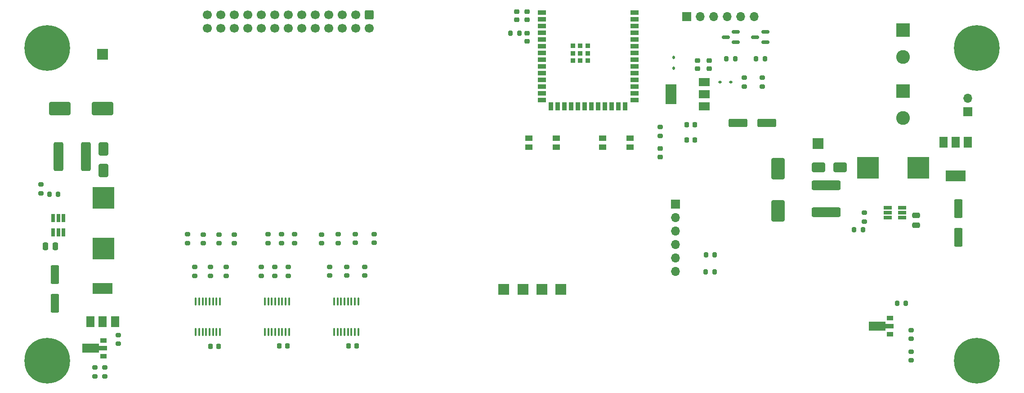
<source format=gts>
G04 #@! TF.GenerationSoftware,KiCad,Pcbnew,7.0.9*
G04 #@! TF.CreationDate,2023-12-07T14:07:33+01:00*
G04 #@! TF.ProjectId,ESP32-S3_flipdot,45535033-322d-4533-935f-666c6970646f,rev?*
G04 #@! TF.SameCoordinates,Original*
G04 #@! TF.FileFunction,Soldermask,Top*
G04 #@! TF.FilePolarity,Negative*
%FSLAX46Y46*%
G04 Gerber Fmt 4.6, Leading zero omitted, Abs format (unit mm)*
G04 Created by KiCad (PCBNEW 7.0.9) date 2023-12-07 14:07:33*
%MOMM*%
%LPD*%
G01*
G04 APERTURE LIST*
G04 Aperture macros list*
%AMRoundRect*
0 Rectangle with rounded corners*
0 $1 Rounding radius*
0 $2 $3 $4 $5 $6 $7 $8 $9 X,Y pos of 4 corners*
0 Add a 4 corners polygon primitive as box body*
4,1,4,$2,$3,$4,$5,$6,$7,$8,$9,$2,$3,0*
0 Add four circle primitives for the rounded corners*
1,1,$1+$1,$2,$3*
1,1,$1+$1,$4,$5*
1,1,$1+$1,$6,$7*
1,1,$1+$1,$8,$9*
0 Add four rect primitives between the rounded corners*
20,1,$1+$1,$2,$3,$4,$5,0*
20,1,$1+$1,$4,$5,$6,$7,0*
20,1,$1+$1,$6,$7,$8,$9,0*
20,1,$1+$1,$8,$9,$2,$3,0*%
%AMFreePoly0*
4,1,9,3.862500,-0.866500,0.737500,-0.866500,0.737500,-0.450000,-0.737500,-0.450000,-0.737500,0.450000,0.737500,0.450000,0.737500,0.866500,3.862500,0.866500,3.862500,-0.866500,3.862500,-0.866500,$1*%
G04 Aperture macros list end*
%ADD10C,8.600000*%
%ADD11RoundRect,0.225000X-0.250000X0.225000X-0.250000X-0.225000X0.250000X-0.225000X0.250000X0.225000X0*%
%ADD12RoundRect,0.250000X0.650000X2.450000X-0.650000X2.450000X-0.650000X-2.450000X0.650000X-2.450000X0*%
%ADD13RoundRect,0.200000X0.275000X-0.200000X0.275000X0.200000X-0.275000X0.200000X-0.275000X-0.200000X0*%
%ADD14R,2.000000X2.000000*%
%ADD15R,2.000000X1.500000*%
%ADD16R,2.000000X3.800000*%
%ADD17RoundRect,0.225000X0.250000X-0.225000X0.250000X0.225000X-0.250000X0.225000X-0.250000X-0.225000X0*%
%ADD18R,1.700000X1.700000*%
%ADD19O,1.700000X1.700000*%
%ADD20RoundRect,0.250000X0.250000X0.475000X-0.250000X0.475000X-0.250000X-0.475000X0.250000X-0.475000X0*%
%ADD21RoundRect,0.200000X0.200000X0.275000X-0.200000X0.275000X-0.200000X-0.275000X0.200000X-0.275000X0*%
%ADD22RoundRect,0.250000X-0.650000X1.000000X-0.650000X-1.000000X0.650000X-1.000000X0.650000X1.000000X0*%
%ADD23RoundRect,0.200000X-0.200000X-0.275000X0.200000X-0.275000X0.200000X0.275000X-0.200000X0.275000X0*%
%ADD24RoundRect,0.100000X-0.100000X0.637500X-0.100000X-0.637500X0.100000X-0.637500X0.100000X0.637500X0*%
%ADD25RoundRect,0.200000X-0.275000X0.200000X-0.275000X-0.200000X0.275000X-0.200000X0.275000X0.200000X0*%
%ADD26RoundRect,0.225000X0.225000X0.250000X-0.225000X0.250000X-0.225000X-0.250000X0.225000X-0.250000X0*%
%ADD27R,4.100000X4.100000*%
%ADD28RoundRect,0.250000X-0.475000X0.250000X-0.475000X-0.250000X0.475000X-0.250000X0.475000X0.250000X0*%
%ADD29RoundRect,0.225000X-0.225000X-0.250000X0.225000X-0.250000X0.225000X0.250000X-0.225000X0.250000X0*%
%ADD30R,2.600000X2.600000*%
%ADD31C,2.600000*%
%ADD32RoundRect,0.250000X-0.600000X0.600000X-0.600000X-0.600000X0.600000X-0.600000X0.600000X0.600000X0*%
%ADD33C,1.700000*%
%ADD34RoundRect,0.112500X-0.187500X-0.112500X0.187500X-0.112500X0.187500X0.112500X-0.187500X0.112500X0*%
%ADD35R,1.500000X0.900000*%
%ADD36R,0.900000X1.500000*%
%ADD37R,0.900000X0.900000*%
%ADD38RoundRect,0.250000X0.550000X-1.500000X0.550000X1.500000X-0.550000X1.500000X-0.550000X-1.500000X0*%
%ADD39RoundRect,0.250000X-0.550000X1.500000X-0.550000X-1.500000X0.550000X-1.500000X0.550000X1.500000X0*%
%ADD40RoundRect,0.250000X-1.000000X-0.650000X1.000000X-0.650000X1.000000X0.650000X-1.000000X0.650000X0*%
%ADD41R,1.500000X2.000000*%
%ADD42R,3.800000X2.000000*%
%ADD43RoundRect,0.112500X0.112500X-0.187500X0.112500X0.187500X-0.112500X0.187500X-0.112500X-0.187500X0*%
%ADD44RoundRect,0.150000X0.587500X0.150000X-0.587500X0.150000X-0.587500X-0.150000X0.587500X-0.150000X0*%
%ADD45RoundRect,0.250000X1.750000X1.000000X-1.750000X1.000000X-1.750000X-1.000000X1.750000X-1.000000X0*%
%ADD46RoundRect,0.250000X-2.450000X0.650000X-2.450000X-0.650000X2.450000X-0.650000X2.450000X0.650000X0*%
%ADD47RoundRect,0.250000X-1.000000X1.750000X-1.000000X-1.750000X1.000000X-1.750000X1.000000X1.750000X0*%
%ADD48R,1.450000X1.000000*%
%ADD49R,1.300000X0.900000*%
%ADD50FreePoly0,180.000000*%
%ADD51R,1.560000X0.650000*%
%ADD52RoundRect,0.218750X0.256250X-0.218750X0.256250X0.218750X-0.256250X0.218750X-0.256250X-0.218750X0*%
%ADD53R,0.650000X1.560000*%
%ADD54RoundRect,0.250000X1.500000X0.550000X-1.500000X0.550000X-1.500000X-0.550000X1.500000X-0.550000X0*%
G04 APERTURE END LIST*
D10*
X230000000Y-119000000D03*
D11*
X145360000Y-57170000D03*
X145360000Y-58720000D03*
D12*
X62240000Y-80480000D03*
X57140000Y-80480000D03*
D13*
X97800000Y-102930000D03*
X97800000Y-101280000D03*
D14*
X144550000Y-105500000D03*
D15*
X178700000Y-71000000D03*
X178700000Y-68700000D03*
X178700000Y-66400000D03*
D16*
X172400000Y-68700000D03*
D17*
X177400000Y-63837500D03*
X177400000Y-62287500D03*
D18*
X228300000Y-72000000D03*
D19*
X228300000Y-69460000D03*
D20*
X56560000Y-97370000D03*
X54660000Y-97370000D03*
D21*
X180665000Y-98970000D03*
X179015000Y-98970000D03*
D22*
X65590000Y-79040000D03*
X65590000Y-83040000D03*
D10*
X230000000Y-60000000D03*
D23*
X142240000Y-57190000D03*
X143890000Y-57190000D03*
D24*
X87520000Y-107800000D03*
X86870000Y-107800000D03*
X86220000Y-107800000D03*
X85570000Y-107800000D03*
X84920000Y-107800000D03*
X84270000Y-107800000D03*
X83620000Y-107800000D03*
X82970000Y-107800000D03*
X82970000Y-113525000D03*
X83620000Y-113525000D03*
X84270000Y-113525000D03*
X84920000Y-113525000D03*
X85570000Y-113525000D03*
X86220000Y-113525000D03*
X86870000Y-113525000D03*
X87520000Y-113525000D03*
D17*
X145300000Y-54612500D03*
X145300000Y-53062500D03*
D25*
X170400000Y-74880000D03*
X170400000Y-76530000D03*
D26*
X113280000Y-116205000D03*
X111730000Y-116205000D03*
D14*
X148133333Y-105500000D03*
D25*
X53840000Y-85730000D03*
X53840000Y-87380000D03*
D24*
X113555000Y-107800000D03*
X112905000Y-107800000D03*
X112255000Y-107800000D03*
X111605000Y-107800000D03*
X110955000Y-107800000D03*
X110305000Y-107800000D03*
X109655000Y-107800000D03*
X109005000Y-107800000D03*
X109005000Y-113525000D03*
X109655000Y-113525000D03*
X110305000Y-113525000D03*
X110955000Y-113525000D03*
X111605000Y-113525000D03*
X112255000Y-113525000D03*
X112905000Y-113525000D03*
X113555000Y-113525000D03*
D27*
X65570000Y-97780000D03*
X65570000Y-88280000D03*
D18*
X175360000Y-54000000D03*
D19*
X177900000Y-54000000D03*
X180440000Y-54000000D03*
X182980000Y-54000000D03*
X185520000Y-54000000D03*
X188060000Y-54000000D03*
D13*
X217660000Y-118900000D03*
X217660000Y-117250000D03*
D25*
X189600000Y-65587500D03*
X189600000Y-67237500D03*
D13*
X95280000Y-102945000D03*
X95280000Y-101295000D03*
D28*
X218570000Y-91540000D03*
X218570000Y-93440000D03*
D17*
X143400000Y-54612500D03*
X143400000Y-53062500D03*
D25*
X96595000Y-95110000D03*
X96595000Y-96760000D03*
D26*
X87270000Y-116225000D03*
X85720000Y-116225000D03*
D13*
X100360000Y-102930000D03*
X100360000Y-101280000D03*
D29*
X175362500Y-74400000D03*
X176912500Y-74400000D03*
D25*
X106605000Y-95140000D03*
X106605000Y-96790000D03*
D13*
X82800000Y-102950000D03*
X82800000Y-101300000D03*
D30*
X216140000Y-68060000D03*
D31*
X216140000Y-73140000D03*
D32*
X115615000Y-53665000D03*
D33*
X115615000Y-56205000D03*
X113075000Y-53665000D03*
X113075000Y-56205000D03*
X110535000Y-53665000D03*
X110535000Y-56205000D03*
X107995000Y-53665000D03*
X107995000Y-56205000D03*
X105455000Y-53665000D03*
X105455000Y-56205000D03*
X102915000Y-53665000D03*
X102915000Y-56205000D03*
X100375000Y-53665000D03*
X100375000Y-56205000D03*
X97835000Y-53665000D03*
X97835000Y-56205000D03*
X95295000Y-53665000D03*
X95295000Y-56205000D03*
X92755000Y-53665000D03*
X92755000Y-56205000D03*
X90215000Y-53665000D03*
X90215000Y-56205000D03*
X87675000Y-53665000D03*
X87675000Y-56205000D03*
X85135000Y-53665000D03*
X85135000Y-56205000D03*
D34*
X181625000Y-66375000D03*
X183725000Y-66375000D03*
D10*
X55000000Y-60000000D03*
D25*
X101555000Y-95110000D03*
X101555000Y-96760000D03*
D35*
X148100000Y-53230000D03*
X148100000Y-54500000D03*
X148100000Y-55770000D03*
X148100000Y-57040000D03*
X148100000Y-58310000D03*
X148100000Y-59580000D03*
X148100000Y-60850000D03*
X148100000Y-62120000D03*
X148100000Y-63390000D03*
X148100000Y-64660000D03*
X148100000Y-65930000D03*
X148100000Y-67200000D03*
X148100000Y-68470000D03*
X148100000Y-69740000D03*
D36*
X149865000Y-70990000D03*
X151135000Y-70990000D03*
X152405000Y-70990000D03*
X153675000Y-70990000D03*
X154945000Y-70990000D03*
X156215000Y-70990000D03*
X157485000Y-70990000D03*
X158755000Y-70990000D03*
X160025000Y-70990000D03*
X161295000Y-70990000D03*
X162565000Y-70990000D03*
X163835000Y-70990000D03*
D35*
X165600000Y-69740000D03*
X165600000Y-68470000D03*
X165600000Y-67200000D03*
X165600000Y-65930000D03*
X165600000Y-64660000D03*
X165600000Y-63390000D03*
X165600000Y-62120000D03*
X165600000Y-60850000D03*
X165600000Y-59580000D03*
X165600000Y-58310000D03*
X165600000Y-57040000D03*
X165600000Y-55770000D03*
X165600000Y-54500000D03*
X165600000Y-53230000D03*
D37*
X153950000Y-59550000D03*
X153950000Y-60950000D03*
X153950000Y-62350000D03*
X155350000Y-59550000D03*
X155350000Y-60950000D03*
X155350000Y-62350000D03*
X156750000Y-59550000D03*
X156750000Y-60950000D03*
X156750000Y-62350000D03*
D38*
X56400000Y-108100000D03*
X56400000Y-102700000D03*
D25*
X116520000Y-95090000D03*
X116520000Y-96740000D03*
X68350000Y-114125000D03*
X68350000Y-115775000D03*
D39*
X226500000Y-90300000D03*
X226500000Y-95700000D03*
D13*
X65850000Y-121900000D03*
X65850000Y-120250000D03*
D25*
X109770000Y-95105000D03*
X109770000Y-96755000D03*
D40*
X200240000Y-82510000D03*
X204240000Y-82510000D03*
D25*
X87325000Y-95150000D03*
X87325000Y-96800000D03*
D13*
X208800000Y-92685000D03*
X208800000Y-91035000D03*
D26*
X100200000Y-116207500D03*
X98650000Y-116207500D03*
D13*
X112970000Y-96745000D03*
X112970000Y-95095000D03*
D25*
X84375000Y-95140000D03*
X84375000Y-96790000D03*
D41*
X63150000Y-111600000D03*
X65450000Y-111600000D03*
D42*
X65450000Y-105300000D03*
D41*
X67750000Y-111600000D03*
D14*
X200100000Y-78000000D03*
D23*
X55415000Y-87600000D03*
X57065000Y-87600000D03*
D43*
X172900000Y-63800000D03*
X172900000Y-61700000D03*
D13*
X111360000Y-102925000D03*
X111360000Y-101275000D03*
D25*
X99105000Y-95110000D03*
X99105000Y-96760000D03*
D21*
X180640000Y-102170000D03*
X178990000Y-102170000D03*
D44*
X184650000Y-58850000D03*
X184650000Y-56950000D03*
X182775000Y-57900000D03*
D29*
X175387500Y-77300000D03*
X176937500Y-77300000D03*
D45*
X65400000Y-71400000D03*
X57400000Y-71400000D03*
D46*
X201680000Y-85860000D03*
X201680000Y-90960000D03*
D13*
X63950000Y-121900000D03*
X63950000Y-120250000D03*
D47*
X192600000Y-82700000D03*
X192600000Y-90700000D03*
D48*
X150800000Y-78650000D03*
X145650000Y-78650000D03*
X150800000Y-76950000D03*
X145650000Y-76950000D03*
D14*
X140966667Y-105500000D03*
D49*
X213650000Y-113950000D03*
D50*
X213562500Y-112450000D03*
D49*
X213650000Y-110950000D03*
D18*
X173300000Y-89440000D03*
D19*
X173300000Y-91980000D03*
X173300000Y-94520000D03*
X173300000Y-97060000D03*
X173300000Y-99600000D03*
X173300000Y-102140000D03*
D23*
X215000000Y-108150000D03*
X216650000Y-108150000D03*
D41*
X228300000Y-77780000D03*
X226000000Y-77780000D03*
D42*
X226000000Y-84080000D03*
D41*
X223700000Y-77780000D03*
D17*
X179600000Y-63837500D03*
X179600000Y-62287500D03*
D48*
X164700000Y-78700000D03*
X159550000Y-78700000D03*
X164700000Y-77000000D03*
X159550000Y-77000000D03*
D25*
X114790000Y-101275000D03*
X114790000Y-102925000D03*
D51*
X213257500Y-90070000D03*
X213257500Y-91020000D03*
X213257500Y-91970000D03*
X215957500Y-91970000D03*
X215957500Y-91020000D03*
X215957500Y-90070000D03*
D13*
X108200000Y-102925000D03*
X108200000Y-101275000D03*
D25*
X90225000Y-95140000D03*
X90225000Y-96790000D03*
D23*
X188462500Y-62000000D03*
X190112500Y-62000000D03*
D14*
X65450000Y-61150000D03*
D25*
X186200000Y-65587500D03*
X186200000Y-67237500D03*
D23*
X206930000Y-94260000D03*
X208580000Y-94260000D03*
D52*
X170375000Y-80530000D03*
X170375000Y-78955000D03*
D25*
X81415000Y-95130000D03*
X81415000Y-96780000D03*
D14*
X151716667Y-105500000D03*
D24*
X100537500Y-107800000D03*
X99887500Y-107800000D03*
X99237500Y-107800000D03*
X98587500Y-107800000D03*
X97937500Y-107800000D03*
X97287500Y-107800000D03*
X96637500Y-107800000D03*
X95987500Y-107800000D03*
X95987500Y-113525000D03*
X96637500Y-113525000D03*
X97287500Y-113525000D03*
X97937500Y-113525000D03*
X98587500Y-113525000D03*
X99237500Y-113525000D03*
X99887500Y-113525000D03*
X100537500Y-113525000D03*
D49*
X65580000Y-118130000D03*
D50*
X65492500Y-116630000D03*
D49*
X65580000Y-115130000D03*
D13*
X217660000Y-114840000D03*
X217660000Y-113190000D03*
D53*
X58030000Y-92057500D03*
X57080000Y-92057500D03*
X56130000Y-92057500D03*
X56130000Y-94757500D03*
X57080000Y-94757500D03*
X58030000Y-94757500D03*
D13*
X88700000Y-102950000D03*
X88700000Y-101300000D03*
D21*
X184500000Y-62000000D03*
X182850000Y-62000000D03*
D30*
X216160000Y-56550000D03*
D31*
X216160000Y-61630000D03*
D13*
X85725000Y-102950000D03*
X85725000Y-101300000D03*
D27*
X218980000Y-82530000D03*
X209480000Y-82530000D03*
D44*
X190175000Y-58850000D03*
X190175000Y-56950000D03*
X188300000Y-57900000D03*
D54*
X190475000Y-74100000D03*
X185075000Y-74100000D03*
D10*
X55000000Y-119000000D03*
M02*

</source>
